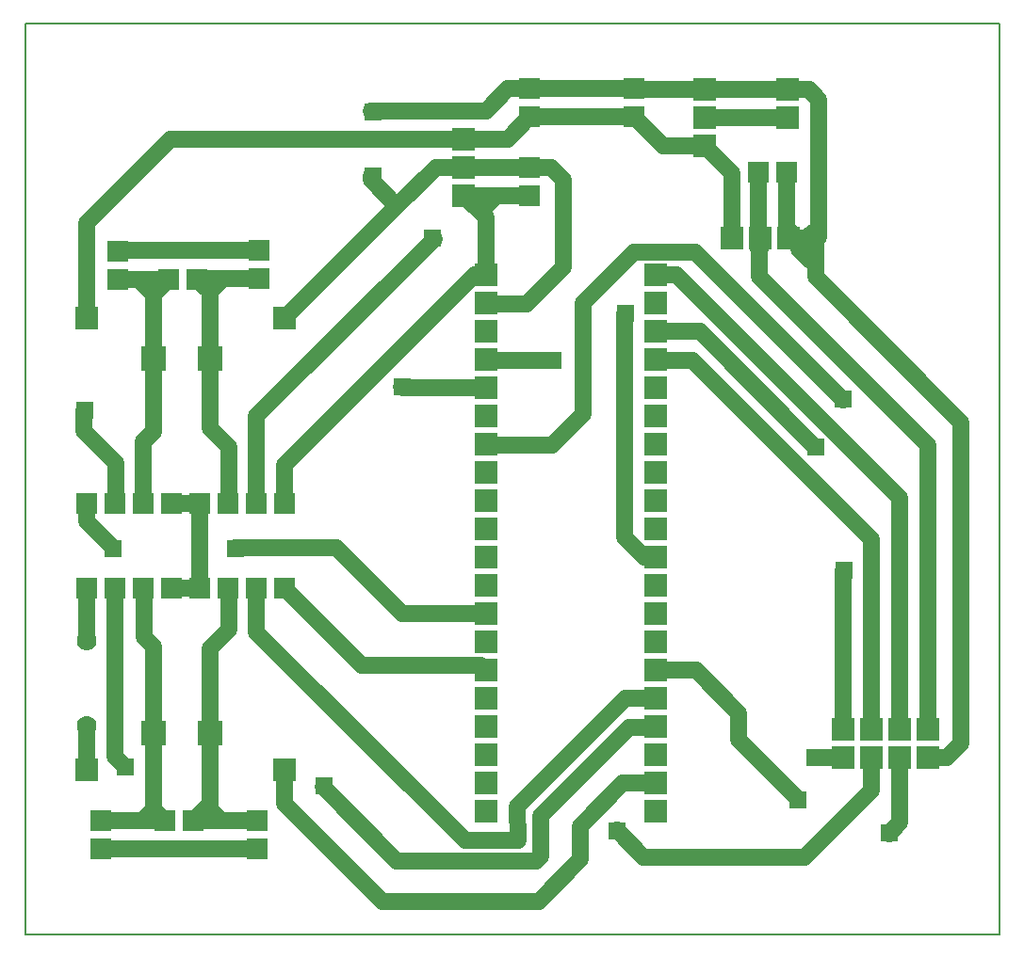
<source format=gbr>
G04 PROTEUS RS274X GERBER FILE*
%FSLAX26Y26*%
%MOIN*%
G01*
%ADD10C,0.060000*%
%ADD11C,0.030000*%
%ADD12R,0.075000X0.075000*%
%ADD13R,0.080000X0.080000*%
%ADD14R,0.090000X0.090000*%
%ADD15C,0.070000*%
%ADD16R,0.060000X0.060000*%
%ADD17C,0.008000*%
D10*
X+818898Y+305512D02*
X+267717Y+305512D01*
X+652756Y+466142D02*
X+652756Y+444551D01*
X+691795Y+405512D01*
X+592126Y+405512D02*
X+691795Y+405512D01*
X+818898Y+405512D01*
X+652756Y+716535D02*
X+652756Y+466142D01*
X+592126Y+405512D01*
X+452756Y+444882D02*
X+413386Y+405512D01*
X+410931Y+405512D01*
X+267717Y+405512D02*
X+410931Y+405512D01*
X+413386Y+405512D02*
X+492126Y+405512D01*
X+452756Y+444882D02*
X+492126Y+405512D01*
X+826772Y+2425197D02*
X+329134Y+2425197D01*
X+326772Y+2422835D01*
X+692913Y+2325197D02*
X+692913Y+2318110D01*
X+652756Y+2277953D01*
X+826772Y+2325197D02*
X+692913Y+2325197D01*
X+610236Y+2325197D01*
X+607874Y+2322835D01*
X+652756Y+2277953D01*
X+652756Y+2043307D01*
X+452756Y+2267717D02*
X+401575Y+2318898D01*
X+401575Y+2322835D01*
X+507874Y+2322835D02*
X+401575Y+2322835D01*
X+326772Y+2322835D01*
X+507874Y+2322835D02*
X+452756Y+2267717D01*
X+452756Y+2043307D01*
X+2696850Y+2996063D02*
X+2401575Y+2996063D01*
X+2696850Y+2896063D02*
X+2401575Y+2896063D01*
X+2795276Y+2332283D02*
X+2800000Y+2327559D01*
X+3310313Y+1817246D01*
X+3310313Y+680392D01*
X+3259842Y+629921D01*
X+3192913Y+629921D01*
X+2696850Y+2996063D02*
X+2771653Y+2996063D01*
X+2807087Y+2960630D01*
X+2807087Y+2472441D01*
X+2795276Y+2460630D01*
X+2785433Y+2450787D01*
X+2401575Y+2796063D02*
X+2255118Y+2796063D01*
X+2153543Y+2897638D01*
X+2401575Y+2996063D02*
X+2155118Y+2996063D01*
X+2153543Y+2997638D01*
X+1783465Y+2997638D01*
X+2153543Y+2897638D02*
X+1783465Y+2897638D01*
X+1783465Y+2720472D02*
X+1551181Y+2720472D01*
X+1551181Y+2820472D02*
X+1706299Y+2820472D01*
X+1783465Y+2897638D01*
X+1551181Y+2820472D02*
X+513386Y+2820472D01*
X+216535Y+2523622D01*
X+216535Y+2185039D01*
X+1551181Y+2720472D02*
X+1451969Y+2720472D01*
X+1314567Y+2583071D01*
X+916535Y+2185039D01*
X+1314567Y+2583071D02*
X+1222819Y+2674819D01*
X+1222819Y+2688427D01*
X+1222819Y+2920750D02*
X+1629411Y+2920750D01*
X+1706299Y+2997638D01*
X+1783465Y+2997638D01*
X+617323Y+1227559D02*
X+517323Y+1227559D01*
X+216535Y+744094D02*
X+216535Y+585039D01*
X+217323Y+1227559D02*
X+217323Y+1044882D01*
X+216535Y+1044094D01*
X+452756Y+692913D02*
X+452756Y+716535D01*
X+452756Y+1023622D01*
X+421260Y+1055118D01*
X+421260Y+1223622D01*
X+417323Y+1227559D01*
X+452756Y+692913D02*
X+452756Y+444882D01*
X+652756Y+716535D02*
X+652756Y+1015857D01*
X+718280Y+1081382D01*
X+718280Y+1226602D01*
X+717323Y+1227559D01*
X+652756Y+2043307D02*
X+652756Y+1795257D01*
X+718280Y+1729733D01*
X+718280Y+1565059D01*
X+717323Y+1527559D01*
X+452756Y+2043307D02*
X+452756Y+1783465D01*
X+417323Y+1748031D01*
X+417323Y+1527559D01*
X+2992913Y+729921D02*
X+2992913Y+1403795D01*
X+2359580Y+2037128D01*
X+2230588Y+2037128D01*
X+2229921Y+2037795D01*
X+1629921Y+2337795D02*
X+1588714Y+2337795D01*
X+917323Y+1666404D01*
X+917323Y+1527559D01*
X+1665354Y+2620472D02*
X+1611024Y+2566142D01*
X+1605512Y+2566142D01*
X+1783465Y+2620472D02*
X+1665354Y+2620472D01*
X+1551181Y+2620472D01*
X+1629921Y+2337795D02*
X+1629921Y+2541732D01*
X+1605512Y+2566142D01*
X+1551181Y+2620472D01*
X+1783465Y+2720472D02*
X+1858268Y+2720472D01*
X+1901575Y+2677165D01*
X+1901575Y+2366142D01*
X+1771654Y+2236220D01*
X+1631496Y+2236220D01*
X+1629921Y+2237795D01*
X+1629921Y+937795D02*
X+1611024Y+956693D01*
X+1188189Y+956693D01*
X+917323Y+1227559D01*
X+2892913Y+629921D02*
X+2795155Y+629921D01*
X+2794464Y+630613D01*
X+2794464Y+1729849D02*
X+2386517Y+2137795D01*
X+2229921Y+2137795D01*
X+3092913Y+629921D02*
X+3092913Y+398247D01*
X+3055302Y+360636D01*
X+2731084Y+485636D02*
X+2524053Y+692667D01*
X+2524053Y+786417D01*
X+2371709Y+938761D01*
X+2230887Y+938761D01*
X+2229921Y+937795D01*
X+1629921Y+1937795D02*
X+1336088Y+1937795D01*
X+1330661Y+1943222D01*
X+204724Y+1858268D02*
X+204724Y+1786026D01*
X+318613Y+1672137D01*
X+318613Y+1528850D01*
X+317323Y+1527559D01*
X+817323Y+1527559D02*
X+817323Y+1839522D01*
X+1445119Y+2467318D01*
X+2119818Y+2202257D02*
X+2119818Y+1407741D01*
X+2189764Y+1337795D01*
X+2229921Y+1337795D01*
X+617323Y+1527559D02*
X+606299Y+1527559D01*
X+517323Y+1527559D01*
X+817323Y+1227559D02*
X+817323Y+1072441D01*
X+1555119Y+334646D01*
X+1744094Y+334646D01*
X+1740157Y+454270D01*
X+2123566Y+837679D01*
X+2229805Y+837679D01*
X+2229921Y+837795D01*
X+317323Y+1227559D02*
X+317323Y+633053D01*
X+354545Y+595831D01*
X+1052914Y+525179D02*
X+1314313Y+263780D01*
X+1807819Y+263780D01*
X+1821936Y+277896D01*
X+1821936Y+421918D01*
X+2137153Y+737135D01*
X+2229261Y+737135D01*
X+2229921Y+737795D01*
X+2992913Y+629921D02*
X+2992913Y+512200D01*
X+2757850Y+277137D01*
X+2186421Y+277137D01*
X+2092544Y+371014D01*
X+2092544Y+371014D01*
X+1867649Y+2037327D02*
X+1630389Y+2037327D01*
X+1629921Y+2037795D01*
X+2229921Y+537795D02*
X+2114106Y+537795D01*
X+1963141Y+386831D01*
X+1963141Y+267489D01*
X+1814993Y+119341D01*
X+1262548Y+119341D01*
X+917323Y+464567D01*
X+917323Y+584252D01*
X+916535Y+585039D01*
X+2229921Y+2337795D02*
X+2303937Y+2337795D01*
X+3092913Y+1548819D01*
X+3092913Y+729921D01*
X+2694488Y+2700787D02*
X+2694488Y+2500000D01*
X+2698425Y+2500000D01*
X+2401575Y+2796063D02*
X+2498425Y+2699213D01*
X+2498425Y+2468504D01*
X+2737795Y+2429134D02*
X+2795276Y+2371654D01*
X+2795276Y+2332283D01*
X+2795276Y+2460630D02*
X+2795276Y+2371654D01*
X+2785433Y+2450787D02*
X+2763780Y+2429134D01*
X+2737795Y+2429134D01*
X+2785433Y+2450787D02*
X+2785433Y+2490157D01*
X+2763780Y+2468504D01*
X+2729921Y+2468504D01*
X+2698425Y+2468504D01*
X+2698425Y+2500000D02*
X+2729921Y+2468504D01*
X+2747638Y+2450787D01*
X+2785433Y+2450787D01*
X+2698425Y+2500000D02*
X+2698425Y+2468504D01*
X+3192913Y+729921D02*
X+3192913Y+1736220D01*
X+2596275Y+2332859D01*
X+2596275Y+2429134D01*
X+2596275Y+2466354D01*
X+2598425Y+2468504D01*
X+2596275Y+2429134D02*
X+2598425Y+2429134D01*
X+2594488Y+2700787D02*
X+2594488Y+2468504D01*
X+2598425Y+2468504D01*
X+2594488Y+2468504D02*
X+2594488Y+2429134D01*
X+2596275Y+2429134D01*
X+2892913Y+729921D02*
X+2892913Y+1292136D01*
X+2892285Y+1292764D01*
X+2892285Y+1896400D02*
X+2368648Y+2420037D01*
X+2357740Y+2420037D01*
X+2154104Y+2420037D01*
X+1972285Y+2238218D01*
X+1972285Y+1845491D01*
X+1863194Y+1736400D01*
X+1631316Y+1736400D01*
X+1629921Y+1737795D01*
X+617323Y+1527559D02*
X+617323Y+1227559D01*
X+217323Y+1527559D02*
X+217323Y+1465763D01*
X+311282Y+1371803D01*
X+744372Y+1371803D02*
X+1099603Y+1371803D01*
X+1333180Y+1138226D01*
X+1629490Y+1138226D01*
X+1629921Y+1137795D01*
D11*
X+1222819Y+2688427D03*
X+1222819Y+2920750D03*
X+2794464Y+630613D03*
X+2794464Y+1729849D03*
X+3055302Y+360636D03*
X+2731084Y+485636D03*
X+1330661Y+1943222D03*
X+204724Y+1858268D03*
X+1445119Y+2467318D03*
X+2119818Y+2202257D03*
X+354545Y+595831D03*
X+1052914Y+525179D03*
X+2092544Y+371014D03*
X+1867649Y+2037327D03*
X+2892285Y+1292764D03*
X+2892285Y+1896400D03*
X+311282Y+1371803D03*
X+744372Y+1371803D03*
D12*
X+2153543Y+2897638D03*
X+2153543Y+2997638D03*
X+1783465Y+2897638D03*
X+1783465Y+2997638D03*
X+2694488Y+2700787D03*
X+2594488Y+2700787D03*
X+1783465Y+2720472D03*
X+1783465Y+2620472D03*
X+826772Y+2425197D03*
X+826772Y+2325197D03*
X+326772Y+2422835D03*
X+326772Y+2322835D03*
X+607874Y+2322835D03*
X+507874Y+2322835D03*
X+818898Y+305512D03*
X+818898Y+405512D03*
X+592126Y+405512D03*
X+492126Y+405512D03*
X+267717Y+305512D03*
X+267717Y+405512D03*
D13*
X+216535Y+2185039D03*
X+916535Y+2185039D03*
X+216535Y+585039D03*
X+916535Y+585039D03*
X+2696850Y+2996063D03*
X+2696850Y+2896063D03*
X+3092913Y+629921D03*
X+3092913Y+729921D03*
X+3192913Y+629921D03*
X+2892913Y+729921D03*
X+2892913Y+629921D03*
X+2992913Y+729921D03*
X+2992913Y+629921D03*
X+3192913Y+729921D03*
X+2229921Y+437795D03*
X+1629921Y+2137795D03*
X+1629921Y+2337795D03*
X+2229921Y+637795D03*
X+1629921Y+937795D03*
X+1629921Y+1037795D03*
X+1629921Y+1137795D03*
X+1629921Y+1237795D03*
X+1629921Y+1337795D03*
X+1629921Y+1437795D03*
X+1629921Y+1537795D03*
X+1629921Y+1637795D03*
X+2229921Y+1937795D03*
X+2229921Y+1837795D03*
X+2229921Y+1737795D03*
X+2229921Y+1637795D03*
X+2229921Y+1537795D03*
X+2229921Y+1437795D03*
X+1629921Y+1737795D03*
X+1629921Y+1837795D03*
X+1629921Y+1937795D03*
X+2229921Y+1337795D03*
X+2229921Y+1237795D03*
X+2229921Y+1137795D03*
X+2229921Y+1037795D03*
X+2229921Y+937795D03*
X+2229921Y+837795D03*
X+2229921Y+737795D03*
X+1629921Y+2037795D03*
X+2229921Y+2337795D03*
X+2229921Y+2237795D03*
X+2229921Y+2137795D03*
X+2229921Y+2037795D03*
X+1629921Y+537795D03*
X+1629921Y+637795D03*
X+1629921Y+737795D03*
X+2229921Y+537795D03*
X+1629921Y+2237795D03*
X+1629921Y+837795D03*
X+1629921Y+437795D03*
D12*
X+917323Y+1227559D03*
X+817323Y+1227559D03*
X+717323Y+1227559D03*
X+617323Y+1227559D03*
X+517323Y+1227559D03*
X+417323Y+1227559D03*
X+317323Y+1227559D03*
X+217323Y+1227559D03*
X+217323Y+1527559D03*
X+317323Y+1527559D03*
X+417323Y+1527559D03*
X+517323Y+1527559D03*
X+617323Y+1527559D03*
X+717323Y+1527559D03*
X+817323Y+1527559D03*
X+917323Y+1527559D03*
D13*
X+1551181Y+2820472D03*
X+1551181Y+2720472D03*
X+1551181Y+2620472D03*
X+2698425Y+2468504D03*
X+2598425Y+2468504D03*
X+2498425Y+2468504D03*
D14*
X+652756Y+2043307D03*
X+452756Y+2043307D03*
X+652756Y+716535D03*
X+452756Y+716535D03*
D15*
X+216535Y+744094D03*
X+216535Y+1044094D03*
D13*
X+2401575Y+2996063D03*
X+2401575Y+2896063D03*
X+2401575Y+2796063D03*
D16*
X+2795276Y+1728346D03*
X+2791339Y+629921D03*
X+2732283Y+480315D03*
X+3055118Y+362205D03*
X+2094488Y+370079D03*
X+1866142Y+2035433D03*
X+2122047Y+2200787D03*
X+1440945Y+2468504D03*
X+1334646Y+1940945D03*
X+1228346Y+2917323D03*
X+1228346Y+2688976D03*
X+208661Y+1858268D03*
X+1055118Y+527559D03*
X+354331Y+594488D03*
X+2893701Y+1897638D03*
X+2897638Y+1291339D03*
X+744094Y+1370079D03*
X+311024Y+1370079D03*
D17*
X+0Y+3937D02*
X+3444882Y+3937D01*
X+3444882Y+3228346D01*
X+0Y+3228346D01*
X+0Y+3937D01*
M02*

</source>
